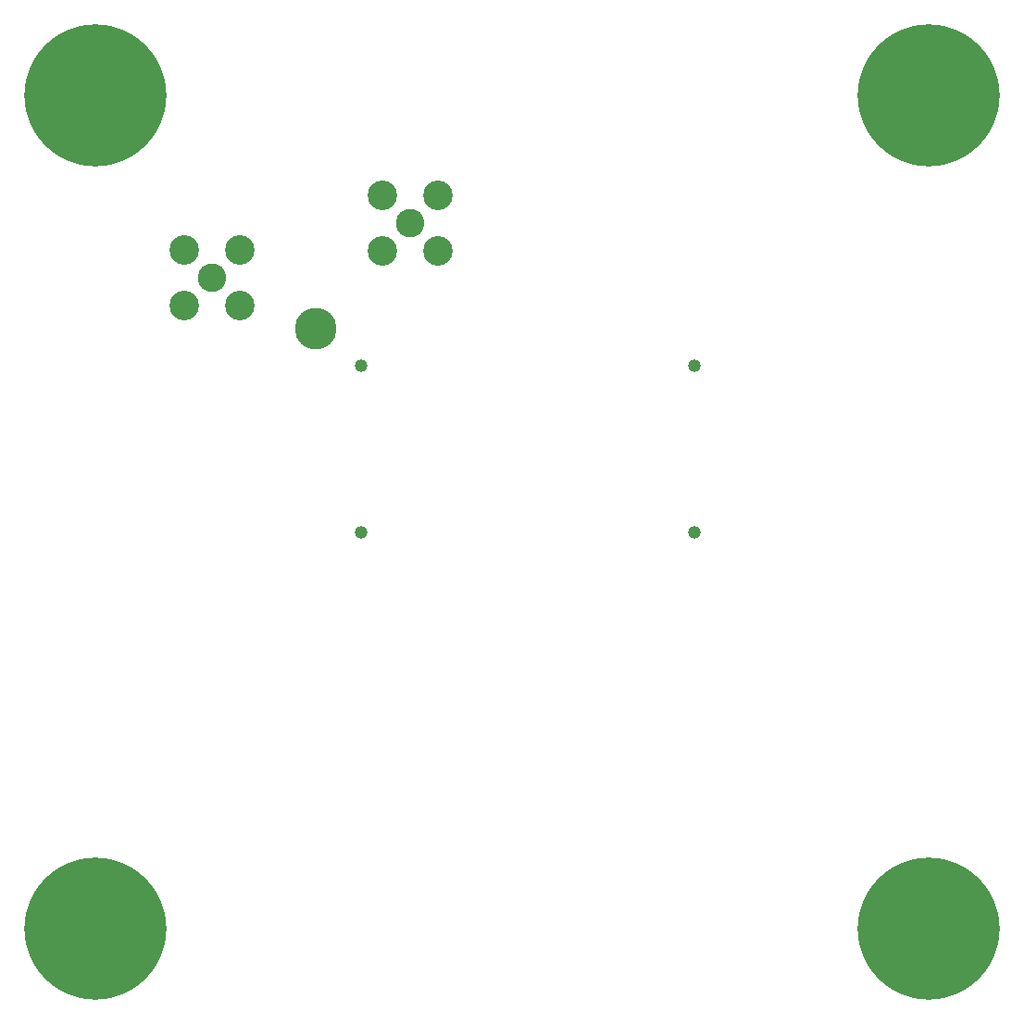
<source format=gbs>
G04 #@! TF.GenerationSoftware,KiCad,Pcbnew,7.0.1*
G04 #@! TF.CreationDate,2024-09-06T16:35:00-07:00*
G04 #@! TF.ProjectId,FACED Frame Clock,46414345-4420-4467-9261-6d6520436c6f,rev?*
G04 #@! TF.SameCoordinates,Original*
G04 #@! TF.FileFunction,Soldermask,Bot*
G04 #@! TF.FilePolarity,Negative*
%FSLAX46Y46*%
G04 Gerber Fmt 4.6, Leading zero omitted, Abs format (unit mm)*
G04 Created by KiCad (PCBNEW 7.0.1) date 2024-09-06 16:35:00*
%MOMM*%
%LPD*%
G01*
G04 APERTURE LIST*
%ADD10C,3.800000*%
%ADD11C,0.900000*%
%ADD12C,13.000000*%
%ADD13C,1.190000*%
%ADD14C,2.604000*%
%ADD15C,2.704000*%
G04 APERTURE END LIST*
D10*
X127110000Y-113350000D03*
D11*
X178255000Y-168210000D03*
X179682854Y-164762854D03*
X179682854Y-171657146D03*
X183130000Y-163335000D03*
D12*
X183130000Y-168210000D03*
D11*
X183130000Y-173085000D03*
X186577146Y-164762854D03*
X186577146Y-171657146D03*
X188005000Y-168210000D03*
D13*
X161741400Y-131968999D03*
X161731400Y-116726499D03*
X131261400Y-131968999D03*
X131251400Y-116726499D03*
D11*
X102055000Y-92010000D03*
X103482854Y-88562854D03*
X103482854Y-95457146D03*
X106930000Y-87135000D03*
D12*
X106930000Y-92010000D03*
D11*
X106930000Y-96885000D03*
X110377146Y-88562854D03*
X110377146Y-95457146D03*
X111805000Y-92010000D03*
D14*
X117560800Y-108676999D03*
D15*
X115020800Y-106136999D03*
X115020800Y-111216999D03*
X120100800Y-106136999D03*
X120100800Y-111216999D03*
D11*
X102055000Y-168210000D03*
X103482854Y-164762854D03*
X103482854Y-171657146D03*
X106930000Y-163335000D03*
D12*
X106930000Y-168210000D03*
D11*
X106930000Y-173085000D03*
X110377146Y-164762854D03*
X110377146Y-171657146D03*
X111805000Y-168210000D03*
D14*
X135696400Y-103698599D03*
D15*
X133156400Y-101158599D03*
X133156400Y-106238599D03*
X138236400Y-101158599D03*
X138236400Y-106238599D03*
D11*
X178255000Y-92010000D03*
X179682854Y-88562854D03*
X179682854Y-95457146D03*
X183130000Y-87135000D03*
D12*
X183130000Y-92010000D03*
D11*
X183130000Y-96885000D03*
X186577146Y-88562854D03*
X186577146Y-95457146D03*
X188005000Y-92010000D03*
M02*

</source>
